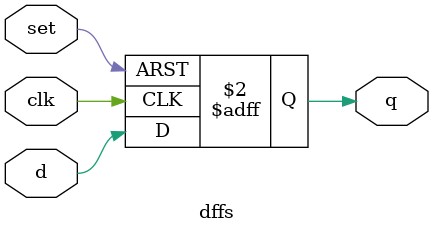
<source format=sv>

module dffs (output logic q,
              input logic d, clk, set);

always_ff @(negedge clk,
            posedge set)
    
    if (set)
        q <= '1;
    else
        q <= d;
        
endmodule
</source>
